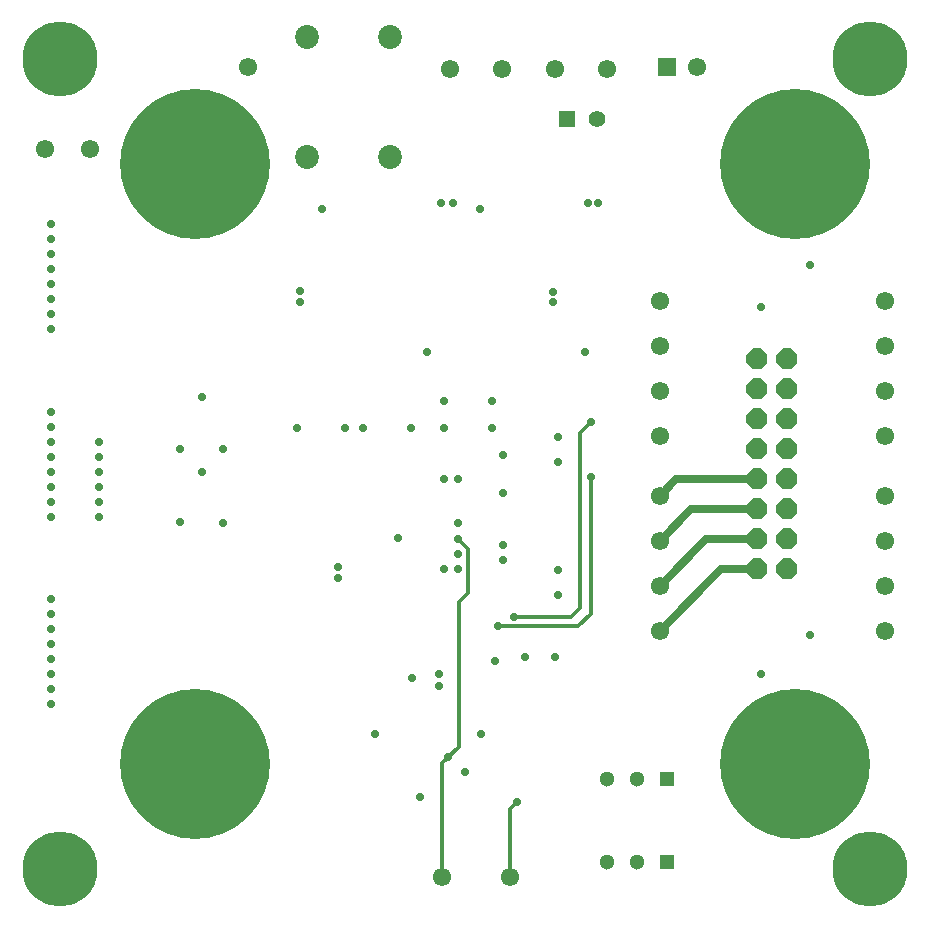
<source format=gbl>
G04*
G04 #@! TF.GenerationSoftware,Altium Limited,Altium Designer,21.6.1 (37)*
G04*
G04 Layer_Physical_Order=4*
G04 Layer_Color=16711680*
%FSLAX25Y25*%
%MOIN*%
G70*
G04*
G04 #@! TF.SameCoordinates,74F22BCE-0206-479F-BCF0-E4D5E1675BD9*
G04*
G04*
G04 #@! TF.FilePolarity,Positive*
G04*
G01*
G75*
%ADD13C,0.01200*%
%ADD50C,0.07956*%
%ADD53C,0.02500*%
%ADD56C,0.06102*%
%ADD57R,0.05512X0.05512*%
%ADD58C,0.05512*%
%ADD59R,0.06102X0.06102*%
%ADD60C,0.05118*%
%ADD61R,0.05118X0.05118*%
%ADD62C,0.50000*%
%ADD63C,0.25000*%
%ADD64P,0.07577X8X22.5*%
%ADD65C,0.02800*%
D13*
X265000Y135000D02*
X267500Y137500D01*
X265000Y112500D02*
Y135000D01*
X242500Y112500D02*
Y150432D01*
X248000Y155932D01*
X251000Y207000D02*
Y221768D01*
X247768Y225000D02*
X251000Y221768D01*
X248000Y204000D02*
X251000Y207000D01*
X248000Y155932D02*
Y204000D01*
X288300Y202000D02*
Y260303D01*
X292098Y264102D01*
X285300Y199000D02*
X288300Y202000D01*
X266467Y199000D02*
X285300D01*
X287908Y196000D02*
X292098Y200191D01*
Y245843D01*
X261232Y196000D02*
X287908D01*
D50*
X197500Y352500D02*
D03*
Y392500D02*
D03*
X225000D02*
D03*
Y352500D02*
D03*
D53*
X315000Y194500D02*
X335500Y215000D01*
X347500D01*
X315000Y209500D02*
X330500Y225000D01*
X347500D01*
X315000Y224500D02*
X325500Y235000D01*
X347500D01*
X315000Y239500D02*
X320500Y245000D01*
X347500D01*
D56*
X265000Y112500D02*
D03*
X242500D02*
D03*
X125000Y355000D02*
D03*
X110000D02*
D03*
X280000Y381949D02*
D03*
X262500D02*
D03*
X245000D02*
D03*
X327500Y382500D02*
D03*
X297500Y381949D02*
D03*
X177678Y382500D02*
D03*
X315000Y259500D02*
D03*
Y274500D02*
D03*
Y289500D02*
D03*
Y304500D02*
D03*
X390000D02*
D03*
Y289500D02*
D03*
Y274500D02*
D03*
Y259500D02*
D03*
Y194500D02*
D03*
Y209500D02*
D03*
Y224500D02*
D03*
Y239500D02*
D03*
X315000Y194500D02*
D03*
Y209500D02*
D03*
Y224500D02*
D03*
Y239500D02*
D03*
D57*
X284000Y365000D02*
D03*
D58*
X294000D02*
D03*
D59*
X317500Y382500D02*
D03*
D60*
X297500Y117500D02*
D03*
X307500D02*
D03*
X297500Y145000D02*
D03*
X307500D02*
D03*
D61*
X317500Y117500D02*
D03*
Y145000D02*
D03*
D62*
X160000Y350000D02*
D03*
X360000D02*
D03*
Y150000D02*
D03*
X160000D02*
D03*
D63*
X385000Y115000D02*
D03*
X115000Y385000D02*
D03*
X385000D02*
D03*
X115000Y115000D02*
D03*
D64*
X347500Y285000D02*
D03*
X357500D02*
D03*
X347500Y275000D02*
D03*
X357500D02*
D03*
X347500Y265000D02*
D03*
X357500D02*
D03*
X347500Y255000D02*
D03*
X357500D02*
D03*
X347500Y245000D02*
D03*
X357500D02*
D03*
Y235000D02*
D03*
X347500D02*
D03*
X357500Y225000D02*
D03*
X347500D02*
D03*
X357500Y215000D02*
D03*
X347500D02*
D03*
D65*
X267500Y137500D02*
D03*
X247768Y220000D02*
D03*
Y215000D02*
D03*
X243000D02*
D03*
X243268Y245000D02*
D03*
X207768Y212000D02*
D03*
X291000Y337000D02*
D03*
X246000D02*
D03*
X279547Y304000D02*
D03*
X195000D02*
D03*
X194268Y262000D02*
D03*
X210268D02*
D03*
X292098Y245843D02*
D03*
X292098Y264102D02*
D03*
X261232Y196000D02*
D03*
X266467Y199000D02*
D03*
X281193Y250815D02*
D03*
X281193Y259102D02*
D03*
X279547Y307500D02*
D03*
X195000Y307704D02*
D03*
X294606Y337000D02*
D03*
X242106D02*
D03*
X235000Y139000D02*
D03*
X247768Y225000D02*
D03*
X244568Y152500D02*
D03*
X247768Y245000D02*
D03*
X207768Y215835D02*
D03*
X128012Y257500D02*
D03*
Y252500D02*
D03*
Y247500D02*
D03*
Y242500D02*
D03*
Y237500D02*
D03*
Y232500D02*
D03*
X260000Y184385D02*
D03*
X270000Y185768D02*
D03*
X280000D02*
D03*
X241500Y176221D02*
D03*
X220000Y160000D02*
D03*
X232500Y178779D02*
D03*
X255322Y160044D02*
D03*
X241500Y180000D02*
D03*
X365000Y316496D02*
D03*
Y193209D02*
D03*
X259268Y271000D02*
D03*
X243268D02*
D03*
X259268Y262000D02*
D03*
X216268D02*
D03*
X243268D02*
D03*
X232268D02*
D03*
X155217Y255197D02*
D03*
Y230728D02*
D03*
X290000Y287500D02*
D03*
X237500D02*
D03*
X255000Y335000D02*
D03*
X281193Y214831D02*
D03*
X262768Y223000D02*
D03*
X281193Y206602D02*
D03*
X250000Y147500D02*
D03*
X348740Y180000D02*
D03*
Y302500D02*
D03*
X227768Y225500D02*
D03*
X262768Y253000D02*
D03*
Y218000D02*
D03*
X247768Y230500D02*
D03*
X262768Y240500D02*
D03*
X169380Y255041D02*
D03*
X169401Y230532D02*
D03*
X162500Y247500D02*
D03*
Y272500D02*
D03*
X202500Y335000D02*
D03*
X111988Y170000D02*
D03*
Y175000D02*
D03*
Y180000D02*
D03*
Y185000D02*
D03*
Y190000D02*
D03*
Y195000D02*
D03*
Y200000D02*
D03*
Y205000D02*
D03*
Y232500D02*
D03*
Y237500D02*
D03*
Y242500D02*
D03*
Y247500D02*
D03*
Y252500D02*
D03*
Y257500D02*
D03*
Y262500D02*
D03*
Y267500D02*
D03*
Y295000D02*
D03*
Y300000D02*
D03*
Y305000D02*
D03*
Y310000D02*
D03*
Y315000D02*
D03*
Y320000D02*
D03*
Y325000D02*
D03*
Y330000D02*
D03*
M02*

</source>
